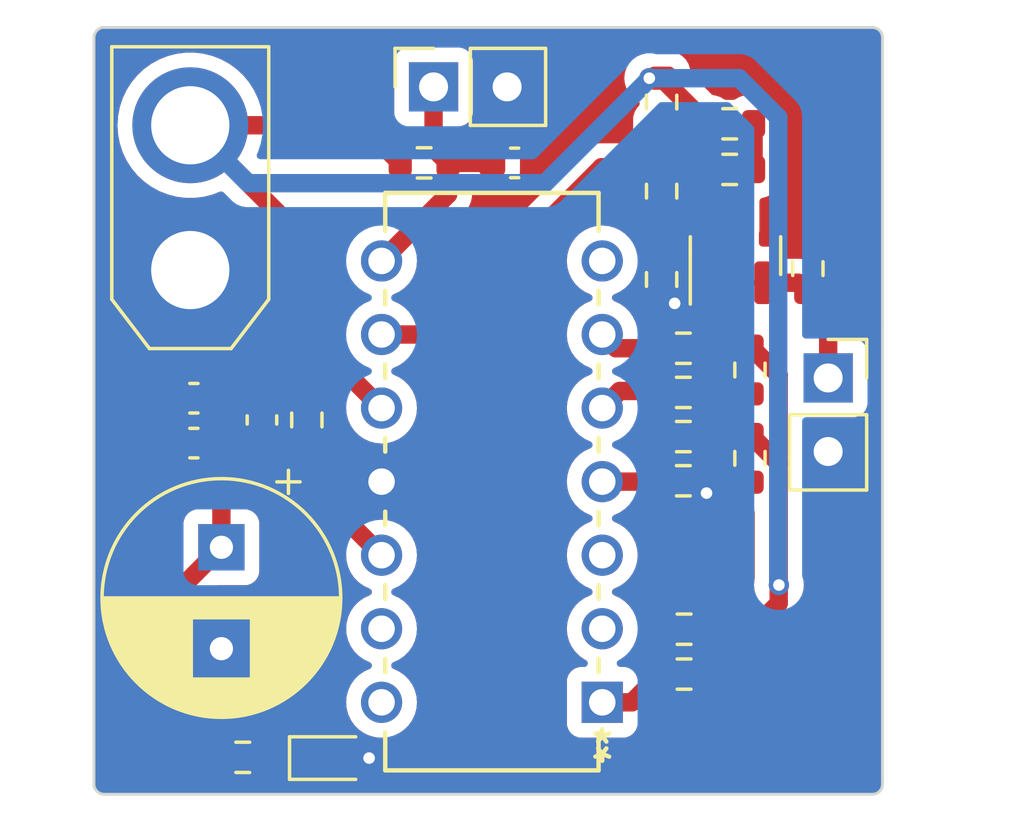
<source format=kicad_pcb>
(kicad_pcb (version 20240108) (generator "pcbnew") (generator_version "8.0")
  (layers (0 "F.Cu" signal) (31 "B.Cu" signal) (34 "B.Paste" user) (35 "F.Paste" user) (36 "B.SilkS" user "B.Silkscreen") (37 "F.SilkS" user "F.Silkscreen") (38 "B.Mask" user) (39 "F.Mask" user) (44 "Edge.Cuts" user))
  (net 0 "")
  (net 1 "Net-(C1-Pad1)")
  (net 2 "GND")
  (net 3 "Net-(C2-Pad1)")
  (net 4 "VCC")
  (net 5 "Net-(D1-A)")
  (net 6 "Net-(IC1-Pad1)")
  (net 9 "Net-(IC1-Pad4)")
  (net 10 "Net-(IC1-Pad5)")
  (net 11 "Net-(IC1-Pad6)")
  (net 13 "Net-(IC1-Pad9)")
  (net 14 "Net-(IC1-Pad12)")
  (net 15 "Net-(J2-Pin_1)")
  (net 16 "Net-(Q1-Pad1)")
  (net 17 "Net-(Q1-Pad3)")
  (net 18 "Net-(R12-Pad2)")
  (net 19 "Net-(R11-Pad1)")
  (footprint "Resistor_SMD:R_0603_1608Metric" (layer "F.Cu") (at 158.275 84.625)
    (property "Reference" "R10" (hide yes))
    (property "Value" "10M")
    (fp_line (start -0.237258 -0.5225) (end 0.237258 -0.5225) (stroke (width 0.12)) (layer "F.SilkS"))
    (fp_line (start -0.237258 0.5225) (end 0.237258 0.5225) (stroke (width 0.12)) (layer "F.SilkS"))
    (pad "1" smd roundrect (at -0.825 0) (size 0.8 0.95) (layers "F.Cu" "F.Paste" "F.Mask") (net 9 "Net-(IC1-Pad4)"))
    (pad "2" smd roundrect (at 0.825 0) (size 0.8 0.95) (layers "F.Cu" "F.Paste" "F.Mask") (net 2 "GND"))
  )
  (footprint "Connector_AMASS:AMASS_XT30U-F_1x02_P5.0mm_Vertical" (layer "F.Cu") (at 141.25 77.35 90)
    (property "Reference" "J1" (hide yes))
    (property "Value" "Conn_01x02_Male")
    (fp_line (start 7.71 -2.71) (end 7.71 2.71) (stroke (width 0.12)) (layer "F.SilkS"))
    (fp_line (start -1.01 -2.71) (end 7.71 -2.71) (stroke (width 0.12)) (layer "F.SilkS"))
    (fp_line (start -2.71 -1.41) (end -1.01 -2.71) (stroke (width 0.12)) (layer "F.SilkS"))
    (fp_line (start -2.71 -1.41) (end -2.71 1.41) (stroke (width 0.12)) (layer "F.SilkS"))
    (fp_line (start -2.71 1.41) (end -1.01 2.71) (stroke (width 0.12)) (layer "F.SilkS"))
    (fp_line (start -1.01 2.71) (end 7.71 2.71) (stroke (width 0.12)) (layer "F.SilkS"))
    (pad "1" thru_hole rect (at 0 0 90) (size 3.8 3.8) (drill 2.7) (layers "*.Cu" "*.Mask") (net 2 "GND"))
    (pad "2" thru_hole circle (at 5 0 90) (size 4 4) (drill 2.7) (layers "*.Cu" "*.Mask") (net 4 "VCC"))
  )
  (footprint "Diode_SMD:D_0603_1608Metric" (layer "F.Cu") (at 146.1625 94.2)
    (property "Reference" "D1" (hide yes))
    (property "Value" "type=\"D\" model=\"red\" lib=\"\"")
    (fp_line (start -1.485 -0.735) (end -1.485 0.735) (stroke (width 0.12)) (layer "F.SilkS"))
    (fp_line (start -1.485 0.735) (end 0.8 0.735) (stroke (width 0.12)) (layer "F.SilkS"))
    (fp_line (start 0.8 -0.735) (end -1.485 -0.735) (stroke (width 0.12)) (layer "F.SilkS"))
    (pad "1" smd roundrect (at -0.7875 0) (size 0.875 0.95) (layers "F.Cu" "F.Paste" "F.Mask") (net 5 "Net-(D1-A)"))
    (pad "2" smd roundrect (at 0.7875 0) (size 0.875 0.95) (layers "F.Cu" "F.Paste" "F.Mask") (net 2 "GND"))
  )
  (footprint "Capacitor_SMD:C_0603_1608Metric" (layer "F.Cu") (at 143.725 82.525 -90)
    (property "Reference" "C2" (hide yes))
    (property "Value" "10nF")
    (fp_line (start -0.14058 0.51) (end 0.14058 0.51) (stroke (width 0.12)) (layer "F.SilkS"))
    (fp_line (start -0.14058 -0.51) (end 0.14058 -0.51) (stroke (width 0.12)) (layer "F.SilkS"))
    (pad "1" smd roundrect (at -0.775 0 270) (size 0.9 0.95) (layers "F.Cu" "F.Paste" "F.Mask") (net 3 "Net-(C2-Pad1)"))
    (pad "2" smd roundrect (at 0.775 0 270) (size 0.9 0.95) (layers "F.Cu" "F.Paste" "F.Mask") (net 2 "GND"))
  )
  (footprint "Package_TO_SOT_SMD:SOT-23" (layer "F.Cu") (at 160.075 76.85 90)
    (property "Reference" "Q1" (hide yes))
    (property "Value" "S8050-NPN")
    (fp_line (start 0 -1.56) (end 0.65 -1.56) (stroke (width 0.12)) (layer "F.SilkS"))
    (fp_line (start 0 -1.56) (end -1.675 -1.56) (stroke (width 0.12)) (layer "F.SilkS"))
    (fp_line (start 0 1.56) (end 0.65 1.56) (stroke (width 0.12)) (layer "F.SilkS"))
    (fp_line (start 0 1.56) (end -0.65 1.56) (stroke (width 0.12)) (layer "F.SilkS"))
    (pad "1" smd roundrect (at -0.9375 -0.95 90) (size 1.475 0.6) (layers "F.Cu" "F.Paste" "F.Mask") (net 16 "Net-(Q1-Pad1)"))
    (pad "2" smd roundrect (at -0.9375 0.95 90) (size 1.475 0.6) (layers "F.Cu" "F.Paste" "F.Mask") (net 15 "Net-(J2-Pin_1)"))
    (pad "3" smd roundrect (at 0.9375 0 90) (size 1.475 0.6) (layers "F.Cu" "F.Paste" "F.Mask") (net 17 "Net-(Q1-Pad3)"))
  )
  (footprint "Resistor_SMD:R_0603_1608Metric" (layer "F.Cu") (at 162.575 77.3 90)
    (property "Reference" "R15" (hide yes))
    (property "Value" "2K")
    (fp_line (start -0.237258 -0.5225) (end 0.237258 -0.5225) (stroke (width 0.12)) (layer "F.SilkS"))
    (fp_line (start -0.237258 0.5225) (end 0.237258 0.5225) (stroke (width 0.12)) (layer "F.SilkS"))
    (pad "1" smd roundrect (at -0.825 0 90) (size 0.8 0.95) (layers "F.Cu" "F.Paste" "F.Mask") (net 15 "Net-(J2-Pin_1)"))
    (pad "2" smd roundrect (at 0.825 0 90) (size 0.8 0.95) (layers "F.Cu" "F.Paste" "F.Mask") (net 2 "GND"))
  )
  (footprint "Resistor_SMD:R_0603_1608Metric" (layer "F.Cu") (at 157.525 74.625 -90)
    (property "Reference" "R13" (hide yes))
    (property "Value" "7K")
    (fp_line (start -0.237258 0.5225) (end 0.237258 0.5225) (stroke (width 0.12)) (layer "F.SilkS"))
    (fp_line (start -0.237258 -0.5225) (end 0.237258 -0.5225) (stroke (width 0.12)) (layer "F.SilkS"))
    (pad "1" smd roundrect (at -0.825 0 270) (size 0.8 0.95) (layers "F.Cu" "F.Paste" "F.Mask") (net 13 "Net-(IC1-Pad9)"))
    (pad "2" smd roundrect (at 0.825 0 270) (size 0.8 0.95) (layers "F.Cu" "F.Paste" "F.Mask") (net 16 "Net-(Q1-Pad1)"))
  )
  (footprint "Resistor_SMD:R_0603_1608Metric" (layer "F.Cu") (at 158.275 81.575)
    (property "Reference" "R8" (hide yes))
    (property "Value" "1K")
    (fp_line (start -0.237258 -0.5225) (end 0.237258 -0.5225) (stroke (width 0.12)) (layer "F.SilkS"))
    (fp_line (start -0.237258 0.5225) (end 0.237258 0.5225) (stroke (width 0.12)) (layer "F.SilkS"))
    (pad "1" smd roundrect (at -0.825 0) (size 0.8 0.95) (layers "F.Cu" "F.Paste" "F.Mask") (net 10 "Net-(IC1-Pad5)"))
    (pad "2" smd roundrect (at 0.825 0) (size 0.8 0.95) (layers "F.Cu" "F.Paste" "F.Mask") (net 18 "Net-(R12-Pad2)"))
  )
  (footprint "Resistor_SMD:R_0603_1608Metric" (layer "F.Cu") (at 159.875 73.875 180)
    (property "Reference" "R17" (hide yes))
    (property "Value" "4.7R")
    (fp_line (start -0.237258 0.5225) (end 0.237258 0.5225) (stroke (width 0.12)) (layer "F.SilkS"))
    (fp_line (start -0.237258 -0.5225) (end 0.237258 -0.5225) (stroke (width 0.12)) (layer "F.SilkS"))
    (pad "1" smd roundrect (at -0.825 0 180) (size 0.8 0.95) (layers "F.Cu" "F.Paste" "F.Mask") (net 4 "VCC"))
    (pad "2" smd roundrect (at 0.825 0 180) (size 0.8 0.95) (layers "F.Cu" "F.Paste" "F.Mask") (net 17 "Net-(Q1-Pad3)"))
  )
  (footprint "Capacitor_THT:CP_Radial_D8.0mm_P3.50mm" (layer "F.Cu") (at 142.325 86.922349 -90)
    (property "Reference" "C3" (hide yes))
    (property "Value" "470uF/25V")
    (fp_line (start 2.471 1.04) (end 2.471 4.017) (stroke (width 0.12)) (layer "F.SilkS"))
    (fp_line (start 2.511 1.04) (end 2.511 4.01) (stroke (width 0.12)) (layer "F.SilkS"))
    (fp_line (start 2.551 1.04) (end 2.551 4.002) (stroke (width 0.12)) (layer "F.SilkS"))
    (fp_line (start 2.591 1.04) (end 2.591 3.994) (stroke (width 0.12)) (layer "F.SilkS"))
    (fp_line (start 2.631 1.04) (end 2.631 3.985) (stroke (width 0.12)) (layer "F.SilkS"))
    (fp_line (start 2.671 1.04) (end 2.671 3.976) (stroke (width 0.12)) (layer "F.SilkS"))
    (fp_line (start 2.711 1.04) (end 2.711 3.967) (stroke (width 0.12)) (layer "F.SilkS"))
    (fp_line (start 2.751 1.04) (end 2.751 3.957) (stroke (width 0.12)) (layer "F.SilkS"))
    (fp_line (start 2.791 1.04) (end 2.791 3.947) (stroke (width 0.12)) (layer "F.SilkS"))
    (fp_line (start 2.831 1.04) (end 2.831 3.936) (stroke (width 0.12)) (layer "F.SilkS"))
    (fp_line (start 2.871 1.04) (end 2.871 3.925) (stroke (width 0.12)) (layer "F.SilkS"))
    (fp_line (start 2.911 1.04) (end 2.911 3.914) (stroke (width 0.12)) (layer "F.SilkS"))
    (fp_line (start 2.951 1.04) (end 2.951 3.902) (stroke (width 0.12)) (layer "F.SilkS"))
    (fp_line (start 2.991 1.04) (end 2.991 3.889) (stroke (width 0.12)) (layer "F.SilkS"))
    (fp_line (start 3.031 1.04) (end 3.031 3.877) (stroke (width 0.12)) (layer "F.SilkS"))
    (fp_line (start 3.071 1.04) (end 3.071 3.863) (stroke (width 0.12)) (layer "F.SilkS"))
    (fp_line (start 3.111 1.04) (end 3.111 3.85) (stroke (width 0.12)) (layer "F.SilkS"))
    (fp_line (start 3.151 1.04) (end 3.151 3.835) (stroke (width 0.12)) (layer "F.SilkS"))
    (fp_line (start 3.191 1.04) (end 3.191 3.821) (stroke (width 0.12)) (layer "F.SilkS"))
    (fp_line (start 3.231 1.04) (end 3.231 3.805) (stroke (width 0.12)) (layer "F.SilkS"))
    (fp_line (start 3.271 1.04) (end 3.271 3.79) (stroke (width 0.12)) (layer "F.SilkS"))
    (fp_line (start 3.311 1.04) (end 3.311 3.774) (stroke (width 0.12)) (layer "F.SilkS"))
    (fp_line (start 3.351 1.04) (end 3.351 3.757) (stroke (width 0.12)) (layer "F.SilkS"))
    (fp_line (start 3.391 1.04) (end 3.391 3.74) (stroke (width 0.12)) (layer "F.SilkS"))
    (fp_line (start 3.431 1.04) (end 3.431 3.722) (stroke (width 0.12)) (layer "F.SilkS"))
    (fp_line (start 3.471 1.04) (end 3.471 3.704) (stroke (width 0.12)) (layer "F.SilkS"))
    (fp_line (start 3.511 1.04) (end 3.511 3.686) (stroke (width 0.12)) (layer "F.SilkS"))
    (fp_line (start 3.551 1.04) (end 3.551 3.666) (stroke (width 0.12)) (layer "F.SilkS"))
    (fp_line (start 3.591 1.04) (end 3.591 3.647) (stroke (width 0.12)) (layer "F.SilkS"))
    (fp_line (start 3.631 1.04) (end 3.631 3.627) (stroke (width 0.12)) (layer "F.SilkS"))
    (fp_line (start 3.671 1.04) (end 3.671 3.606) (stroke (width 0.12)) (layer "F.SilkS"))
    (fp_line (start 3.711 1.04) (end 3.711 3.584) (stroke (width 0.12)) (layer "F.SilkS"))
    (fp_line (start 3.751 1.04) (end 3.751 3.562) (stroke (width 0.12)) (layer "F.SilkS"))
    (fp_line (start 3.791 1.04) (end 3.791 3.54) (stroke (width 0.12)) (layer "F.SilkS"))
    (fp_line (start 3.831 1.04) (end 3.831 3.517) (stroke (width 0.12)) (layer "F.SilkS"))
    (fp_line (start 3.871 1.04) (end 3.871 3.493) (stroke (width 0.12)) (layer "F.SilkS"))
    (fp_line (start 3.911 1.04) (end 3.911 3.469) (stroke (width 0.12)) (layer "F.SilkS"))
    (fp_line (start 3.951 1.04) (end 3.951 3.444) (stroke (width 0.12)) (layer "F.SilkS"))
    (fp_line (start 3.991 1.04) (end 3.991 3.418) (stroke (width 0.12)) (layer "F.SilkS"))
    (fp_line (start 4.031 1.04) (end 4.031 3.392) (stroke (width 0.12)) (layer "F.SilkS"))
    (fp_line (start 4.071 1.04) (end 4.071 3.365) (stroke (width 0.12)) (layer "F.SilkS"))
    (fp_line (start 4.111 1.04) (end 4.111 3.338) (stroke (width 0.12)) (layer "F.SilkS"))
    (fp_line (start 4.151 1.04) (end 4.151 3.309) (stroke (width 0.12)) (layer "F.SilkS"))
    (fp_line (start 4.191 1.04) (end 4.191 3.28) (stroke (width 0.12)) (layer "F.SilkS"))
    (fp_line (start 4.231 1.04) (end 4.231 3.25) (stroke (width 0.12)) (layer "F.SilkS"))
    (fp_line (start 4.271 1.04) (end 4.271 3.22) (stroke (width 0.12)) (layer "F.SilkS"))
    (fp_line (start 4.311 1.04) (end 4.311 3.189) (stroke (width 0.12)) (layer "F.SilkS"))
    (fp_line (start 4.351 1.04) (end 4.351 3.156) (stroke (width 0.12)) (layer "F.SilkS"))
    (fp_line (start 4.391 1.04) (end 4.391 3.124) (stroke (width 0.12)) (layer "F.SilkS"))
    (fp_line (start 4.431 1.04) (end 4.431 3.09) (stroke (width 0.12)) (layer "F.SilkS"))
    (fp_line (start 4.471 1.04) (end 4.471 3.055) (stroke (width 0.12)) (layer "F.SilkS"))
    (fp_line (start 4.511 1.04) (end 4.511 3.019) (stroke (width 0.12)) (layer "F.SilkS"))
    (fp_line (start 5.831 -0.533) (end 5.831 0.533) (stroke (width 0.12)) (layer "F.SilkS"))
    (fp_line (start 5.791 -0.768) (end 5.791 0.768) (stroke (width 0.12)) (layer "F.SilkS"))
    (fp_line (start 5.751 -0.948) (end 5.751 0.948) (stroke (width 0.12)) (layer "F.SilkS"))
    (fp_line (start 5.711 -1.098) (end 5.711 1.098) (stroke (width 0.12)) (layer "F.SilkS"))
    (fp_line (start 5.671 -1.229) (end 5.671 1.229) (stroke (width 0.12)) (layer "F.SilkS"))
    (fp_line (start 5.631 -1.346) (end 5.631 1.346) (stroke (width 0.12)) (layer "F.SilkS"))
    (fp_line (start 5.591 -1.453) (end 5.591 1.453) (stroke (width 0.12)) (layer "F.SilkS"))
    (fp_line (start 5.551 -1.552) (end 5.551 1.552) (stroke (width 0.12)) (layer "F.SilkS"))
    (fp_line (start 5.511 -1.645) (end 5.511 1.645) (stroke (width 0.12)) (layer "F.SilkS"))
    (fp_line (start 5.471 -1.731) (end 5.471 1.731) (stroke (width 0.12)) (layer "F.SilkS"))
    (fp_line (start 5.431 -1.813) (end 5.431 1.813) (stroke (width 0.12)) (layer "F.SilkS"))
    (fp_line (start 5.391 -1.89) (end 5.391 1.89) (stroke (width 0.12)) (layer "F.SilkS"))
    (fp_line (start 5.351 -1.964) (end 5.351 1.964) (stroke (width 0.12)) (layer "F.SilkS"))
    (fp_line (start 5.311 -2.034) (end 5.311 2.034) (stroke (width 0.12)) (layer "F.SilkS"))
    (fp_line (start 5.271 -2.102) (end 5.271 2.102) (stroke (width 0.12)) (layer "F.SilkS"))
    (fp_line (start 5.231 -2.166) (end 5.231 2.166) (stroke (width 0.12)) (layer "F.SilkS"))
    (fp_line (start 5.191 -2.228) (end 5.191 2.228) (stroke (width 0.12)) (layer "F.SilkS"))
    (fp_line (start 5.151 -2.287) (end 5.151 2.287) (stroke (width 0.12)) (layer "F.SilkS"))
    (fp_line (start -2.659698 -2.315) (end -1.859698 -2.315) (stroke (width 0.12)) (layer "F.SilkS"))
    (fp_line (start 5.111 -2.345) (end 5.111 2.345) (stroke (width 0.12)) (layer "F.SilkS"))
    (fp_line (start 5.071 -2.4) (end 5.071 2.4) (stroke (width 0.12)) (layer "F.SilkS"))
    (fp_line (start 5.031 -2.454) (end 5.031 2.454) (stroke (width 0.12)) (layer "F.SilkS"))
    (fp_line (start 4.991 -2.505) (end 4.991 2.505) (stroke (width 0.12)) (layer "F.SilkS"))
    (fp_line (start 4.951 -2.556) (end 4.951 2.556) (stroke (width 0.12)) (layer "F.SilkS"))
    (fp_line (start 4.911 -2.604) (end 4.911 2.604) (stroke (width 0.12)) (layer "F.SilkS"))
    (fp_line (start 4.871 -2.651) (end 4.871 2.651) (stroke (width 0.12)) (layer "F.SilkS"))
    (fp_line (start 4.831 -2.697) (end 4.831 2.697) (stroke (width 0.12)) (layer "F.SilkS"))
    (fp_line (start -2.259698 -2.715) (end -2.259698 -1.915) (stroke (width 0.12)) (layer "F.SilkS"))
    (fp_line (start 4.791 -2.741) (end 4.791 2.741) (stroke (width 0.12)) (layer "F.SilkS"))
    (fp_line (start 4.751 -2.784) (end 4.751 2.784) (stroke (width 0.12)) (layer "F.SilkS"))
    (fp_line (start 4.711 -2.826) (end 4.711 2.826) (stroke (width 0.12)) (layer "F.SilkS"))
    (fp_line (start 4.671 -2.867) (end 4.671 2.867) (stroke (width 0.12)) (layer "F.SilkS"))
    (fp_line (start 4.631 -2.907) (end 4.631 2.907) (stroke (width 0.12)) (layer "F.SilkS"))
    (fp_line (start 4.591 -2.945) (end 4.591 2.945) (stroke (width 0.12)) (layer "F.SilkS"))
    (fp_line (start 4.551 -2.983) (end 4.551 2.983) (stroke (width 0.12)) (layer "F.SilkS"))
    (fp_line (start 4.511 -3.019) (end 4.511 -1.04) (stroke (width 0.12)) (layer "F.SilkS"))
    (fp_line (start 4.471 -3.055) (end 4.471 -1.04) (stroke (width 0.12)) (layer "F.SilkS"))
    (fp_line (start 4.431 -3.09) (end 4.431 -1.04) (stroke (width 0.12)) (layer "F.SilkS"))
    (fp_line (start 4.391 -3.124) (end 4.391 -1.04) (stroke (width 0.12)) (layer "F.SilkS"))
    (fp_line (start 4.351 -3.156) (end 4.351 -1.04) (stroke (width 0.12)) (layer "F.SilkS"))
    (fp_line (start 4.311 -3.189) (end 4.311 -1.04) (stroke (width 0.12)) (layer "F.SilkS"))
    (fp_line (start 4.271 -3.22) (end 4.271 -1.04) (stroke (width 0.12)) (layer "F.SilkS"))
    (fp_line (start 4.231 -3.25) (end 4.231 -1.04) (stroke (width 0.12)) (layer "F.SilkS"))
    (fp_line (start 4.191 -3.28) (end 4.191 -1.04) (stroke (width 0.12)) (layer "F.SilkS"))
    (fp_line (start 4.151 -3.309) (end 4.151 -1.04) (stroke (width 0.12)) (layer "F.SilkS"))
    (fp_line (start 4.111 -3.338) (end 4.111 -1.04) (stroke (width 0.12)) (layer "F.SilkS"))
    (fp_line (start 4.071 -3.365) (end 4.071 -1.04) (stroke (width 0.12)) (layer "F.SilkS"))
    (fp_line (start 4.031 -3.392) (end 4.031 -1.04) (stroke (width 0.12)) (layer "F.SilkS"))
    (fp_line (start 3.991 -3.418) (end 3.991 -1.04) (stroke (width 0.12)) (layer "F.SilkS"))
    (fp_line (start 3.951 -3.444) (end 3.951 -1.04) (stroke (width 0.12)) (layer "F.SilkS"))
    (fp_line (start 3.911 -3.469) (end 3.911 -1.04) (stroke (width 0.12)) (layer "F.SilkS"))
    (fp_line (start 3.871 -3.493) (end 3.871 -1.04) (stroke (width 0.12)) (layer "F.SilkS"))
    (fp_line (start 3.831 -3.517) (end 3.831 -1.04) (stroke (width 0.12)) (layer "F.SilkS"))
    (fp_line (start 3.791 -3.54) (end 3.791 -1.04) (stroke (width 0.12)) (layer "F.SilkS"))
    (fp_line (start 3.751 -3.562) (end 3.751 -1.04) (stroke (width 0.12)) (layer "F.SilkS"))
    (fp_line (start 3.711 -3.584) (end 3.711 -1.04) (stroke (width 0.12)) (layer "F.SilkS"))
    (fp_line (start 3.671 -3.606) (end 3.671 -1.04) (stroke (width 0.12)) (layer "F.SilkS"))
    (fp_line (start 3.631 -3.627) (end 3.631 -1.04) (stroke (width 0.12)) (layer "F.SilkS"))
    (fp_line (start 3.591 -3.647) (end 3.591 -1.04) (stroke (width 0.12)) (layer "F.SilkS"))
    (fp_line (start 3.551 -3.666) (end 3.551 -1.04) (stroke (width 0.12)) (layer "F.SilkS"))
    (fp_line (start 3.511 -3.686) (end 3.511 -1.04) (stroke (width 0.12)) (layer "F.SilkS"))
    (fp_line (start 3.471 -3.704) (end 3.471 -1.04) (stroke (width 0.12)) (layer "F.SilkS"))
    (fp_line (start 3.431 -3.722) (end 3.431 -1.04) (stroke (width 0.12)) (layer "F.SilkS"))
    (fp_line (start 3.391 -3.74) (end 3.391 -1.04) (stroke (width 0.12)) (layer "F.SilkS"))
    (fp_line (start 3.351 -3.757) (end 3.351 -1.04) (stroke (width 0.12)) (layer "F.SilkS"))
    (fp_line (start 3.311 -3.774) (end 3.311 -1.04) (stroke (width 0.12)) (layer "F.SilkS"))
    (fp_line (start 3.271 -3.79) (end 3.271 -1.04) (stroke (width 0.12)) (layer "F.SilkS"))
    (fp_line (start 3.231 -3.805) (end 3.231 -1.04) (stroke (width 0.12)) (layer "F.SilkS"))
    (fp_line (start 3.191 -3.821) (end 3.191 -1.04) (stroke (width 0.12)) (layer "F.SilkS"))
    (fp_line (start 3.151 -3.835) (end 3.151 -1.04) (stroke (width 0.12)) (layer "F.SilkS"))
    (fp_line (start 3.111 -3.85) (end 3.111 -1.04) (stroke (width 0.12)) (layer "F.SilkS"))
    (fp_line (start 3.071 -3.863) (end 3.071 -1.04) (stroke (width 0.12)) (layer "F.SilkS"))
    (fp_line (start 3.031 -3.877) (end 3.031 -1.04) (stroke (width 0.12)) (layer "F.SilkS"))
    (fp_line (start 2.991 -3.889) (end 2.991 -1.04) (stroke (width 0.12)) (layer "F.SilkS"))
    (fp_line (start 2.951 -3.902) (end 2.951 -1.04) (stroke (width 0.12)) (layer "F.SilkS"))
    (fp_line (start 2.911 -3.914) (end 2.911 -1.04) (stroke (width 0.12)) (layer "F.SilkS"))
    (fp_line (start 2.871 -3.925) (end 2.871 -1.04) (stroke (width 0.12)) (layer "F.SilkS"))
    (fp_line (start 2.831 -3.936) (end 2.831 -1.04) (stroke (width 0.12)) (layer "F.SilkS"))
    (fp_line (start 2.791 -3.947) (end 2.791 -1.04) (stroke (width 0.12)) (layer "F.SilkS"))
    (fp_line (start 2.751 -3.957) (end 2.751 -1.04) (stroke (width 0.12)) (layer "F.SilkS"))
    (fp_line (start 2.711 -3.967) (end 2.711 -1.04) (stroke (width 0.12)) (layer "F.SilkS"))
    (fp_line (start 2.671 -3.976) (end 2.671 -1.04) (stroke (width 0.12)) (layer "F.SilkS"))
    (fp_line (start 2.631 -3.985) (end 2.631 -1.04) (stroke (width 0.12)) (layer "F.SilkS"))
    (fp_line (start 2.591 -3.994) (end 2.591 -1.04) (stroke (width 0.12)) (layer "F.SilkS"))
    (fp_line (start 2.551 -4.002) (end 2.551 -1.04) (stroke (width 0.12)) (layer "F.SilkS"))
    (fp_line (start 2.511 -4.01) (end 2.511 -1.04) (stroke (width 0.12)) (layer "F.SilkS"))
    (fp_line (start 2.471 -4.017) (end 2.471 -1.04) (stroke (width 0.12)) (layer "F.SilkS"))
    (fp_line (start 2.43 -4.024) (end 2.43 4.024) (stroke (width 0.12)) (layer "F.SilkS"))
    (fp_line (start 2.39 -4.03) (end 2.39 4.03) (stroke (width 0.12)) (layer "F.SilkS"))
    (fp_line (start 2.35 -4.037) (end 2.35 4.037) (stroke (width 0.12)) (layer "F.SilkS"))
    (fp_line (start 2.31 -4.042) (end 2.31 4.042) (stroke (width 0.12)) (layer "F.SilkS"))
    (fp_line (start 2.27 -4.048) (end 2.27 4.048) (stroke (width 0.12)) (layer "F.SilkS"))
    (fp_line (start 2.23 -4.052) (end 2.23 4.052) (stroke (width 0.12)) (layer "F.SilkS"))
    (fp_line (start 2.19 -4.057) (end 2.19 4.057) (stroke (width 0.12)) (layer "F.SilkS"))
    (fp_line (start 2.15 -4.061) (end 2.15 4.061) (stroke (width 0.12)) (layer "F.SilkS"))
    (fp_line (start 2.11 -4.065) (end 2.11 4.065) (stroke (width 0.12)) (layer "F.SilkS"))
    (fp_line (start 2.07 -4.068) (end 2.07 4.068) (stroke (width 0.12)) (layer "F.SilkS"))
    (fp_line (start 2.03 -4.071) (end 2.03 4.071) (stroke (width 0.12)) (layer "F.SilkS"))
    (fp_line (start 1.99 -4.074) (end 1.99 4.074) (stroke (width 0.12)) (layer "F.SilkS"))
    (fp_line (start 1.95 -4.076) (end 1.95 4.076) (stroke (width 0.12)) (layer "F.SilkS"))
    (fp_line (start 1.91 -4.077) (end 1.91 4.077) (stroke (width 0.12)) (layer "F.SilkS"))
    (fp_line (start 1.87 -4.079) (end 1.87 4.079) (stroke (width 0.12)) (layer "F.SilkS"))
    (fp_line (start 1.75 -4.08) (end 1.75 4.08) (stroke (width 0.12)) (layer "F.SilkS"))
    (fp_line (start 1.79 -4.08) (end 1.79 4.08) (stroke (width 0.12)) (layer "F.SilkS"))
    (fp_line (start 1.83 -4.08) (end 1.83 4.08) (stroke (width 0.12)) (layer "F.SilkS"))
    (fp_circle (center 1.75 0) (end 5.87 0) (stroke (width 0.12)) (fill none) (layer "F.SilkS"))
    (pad "1" thru_hole rect (at 0 0 270) (size 1.6 1.6) (drill 0.8) (layers "*.Cu" "*.Mask") (net 4 "VCC"))
    (pad "2" thru_hole circle (at 3.5 0 270) (size 1.6 1.6) (drill 0.8) (layers "*.Cu" "*.Mask") (net 2 "GND"))
  )
  (footprint "Connector_PinSocket_2.54mm:PinSocket_1x02_P2.54mm_Vertical" (layer "F.Cu") (at 149.65 71.025 90)
    (property "Reference" "R2" (hide yes))
    (property "Value" "sensor")
    (fp_line (start 1.33 -1.33) (end 1.33 0) (stroke (width 0.12)) (layer "F.SilkS"))
    (fp_line (start 0 -1.33) (end 1.33 -1.33) (stroke (width 0.12)) (layer "F.SilkS"))
    (fp_line (start 1.33 1.27) (end 1.33 3.87) (stroke (width 0.12)) (layer "F.SilkS"))
    (fp_line (start -1.33 1.27) (end 1.33 1.27) (stroke (width 0.12)) (layer "F.SilkS"))
    (fp_line (start -1.33 1.27) (end -1.33 3.87) (stroke (width 0.12)) (layer "F.SilkS"))
    (fp_line (start -1.33 3.87) (end 1.33 3.87) (stroke (width 0.12)) (layer "F.SilkS"))
    (pad "1" thru_hole rect (at 0 0 90) (size 1.7 1.7) (drill 1) (layers "*.Cu" "*.Mask") (net 1 "Net-(C1-Pad1)"))
    (pad "2" thru_hole oval (at 0 2.54 90) (size 1.7 1.7) (drill 1) (layers "*.Cu" "*.Mask") (net 2 "GND"))
  )
  (footprint "Resistor_SMD:R_0603_1608Metric" (layer "F.Cu") (at 143.0625 94.175)
    (property "Reference" "R3" (hide yes))
    (property "Value" "2.7K")
    (fp_line (start -0.237258 -0.5225) (end 0.237258 -0.5225) (stroke (width 0.12)) (layer "F.SilkS"))
    (fp_line (start -0.237258 0.5225) (end 0.237258 0.5225) (stroke (width 0.12)) (layer "F.SilkS"))
    (pad "1" smd roundrect (at -0.825 0) (size 0.8 0.95) (layers "F.Cu" "F.Paste" "F.Mask") (net 4 "VCC"))
    (pad "2" smd roundrect (at 0.825 0) (size 0.8 0.95) (layers "F.Cu" "F.Paste" "F.Mask") (net 5 "Net-(D1-A)"))
  )
  (footprint "Resistor_SMD:R_0603_1608Metric" (layer "F.Cu") (at 145.275 82.525 -90)
    (property "Reference" "R6" (hide yes))
    (property "Value" "82K")
    (fp_line (start -0.237258 0.5225) (end 0.237258 0.5225) (stroke (width 0.12)) (layer "F.SilkS"))
    (fp_line (start -0.237258 -0.5225) (end 0.237258 -0.5225) (stroke (width 0.12)) (layer "F.SilkS"))
    (pad "1" smd roundrect (at -0.825 0 270) (size 0.8 0.95) (layers "F.Cu" "F.Paste" "F.Mask") (net 2 "GND"))
    (pad "2" smd roundrect (at 0.825 0 270) (size 0.8 0.95) (layers "F.Cu" "F.Paste" "F.Mask") (net 14 "Net-(IC1-Pad12)"))
  )
  (footprint "Resistor_SMD:R_0603_1608Metric" (layer "F.Cu") (at 160.575 83.85 90)
    (property "Reference" "R11" (hide yes))
    (property "Value" "0.5K")
    (fp_line (start -0.237258 -0.5225) (end 0.237258 -0.5225) (stroke (width 0.12)) (layer "F.SilkS"))
    (fp_line (start -0.237258 0.5225) (end 0.237258 0.5225) (stroke (width 0.12)) (layer "F.SilkS"))
    (pad "1" smd roundrect (at -0.825 0 90) (size 0.8 0.95) (layers "F.Cu" "F.Paste" "F.Mask") (net 19 "Net-(R11-Pad1)"))
    (pad "2" smd roundrect (at 0.825 0 90) (size 0.8 0.95) (layers "F.Cu" "F.Paste" "F.Mask") (net 4 "VCC"))
  )
  (footprint "Resistor_SMD:R_0603_1608Metric" (layer "F.Cu") (at 158.3 89.75)
    (property "Reference" "R5" (hide yes))
    (property "Value" "15K")
    (fp_line (start -0.237258 -0.5225) (end 0.237258 -0.5225) (stroke (width 0.12)) (layer "F.SilkS"))
    (fp_line (start -0.237258 0.5225) (end 0.237258 0.5225) (stroke (width 0.12)) (layer "F.SilkS"))
    (pad "1" smd roundrect (at -0.825 0) (size 0.8 0.95) (layers "F.Cu" "F.Paste" "F.Mask") (net 6 "Net-(IC1-Pad1)"))
    (pad "2" smd roundrect (at 0.825 0) (size 0.8 0.95) (layers "F.Cu" "F.Paste" "F.Mask") (net 2 "GND"))
  )
  (footprint "Resistor_SMD:R_0603_1608Metric" (layer "F.Cu") (at 149.325 73.65)
    (property "Reference" "R1" (hide yes))
    (property "Value" "15K")
    (fp_line (start -0.237258 -0.5225) (end 0.237258 -0.5225) (stroke (width 0.12)) (layer "F.SilkS"))
    (fp_line (start -0.237258 0.5225) (end 0.237258 0.5225) (stroke (width 0.12)) (layer "F.SilkS"))
    (pad "1" smd roundrect (at -0.825 0) (size 0.8 0.95) (layers "F.Cu" "F.Paste" "F.Mask") (net 4 "VCC"))
    (pad "2" smd roundrect (at 0.825 0) (size 0.8 0.95) (layers "F.Cu" "F.Paste" "F.Mask") (net 1 "Net-(C1-Pad1)"))
  )
  (footprint "Resistor_SMD:R_0603_1608Metric" (layer "F.Cu") (at 159.875 72.3)
    (property "Reference" "R18" (hide yes))
    (property "Value" "3K")
    (fp_line (start -0.237258 -0.5225) (end 0.237258 -0.5225) (stroke (width 0.12)) (layer "F.SilkS"))
    (fp_line (start -0.237258 0.5225) (end 0.237258 0.5225) (stroke (width 0.12)) (layer "F.SilkS"))
    (pad "1" smd roundrect (at -0.825 0) (size 0.8 0.95) (layers "F.Cu" "F.Paste" "F.Mask") (net 4 "VCC"))
    (pad "2" smd roundrect (at 0.825 0) (size 0.8 0.95) (layers "F.Cu" "F.Paste" "F.Mask") (net 4 "VCC"))
  )
  (footprint "Connector_PinSocket_2.54mm:PinSocket_1x02_P2.54mm_Vertical" (layer "F.Cu") (at 163.275 81.075)
    (property "Reference" "J2" (hide yes))
    (property "Value" "Conn_01x02_Male")
    (fp_line (start -1.33 1.27) (end -1.33 3.87) (stroke (width 0.12)) (layer "F.SilkS"))
    (fp_line (start -1.33 1.27) (end 1.33 1.27) (stroke (width 0.12)) (layer "F.SilkS"))
    (fp_line (start -1.33 3.87) (end 1.33 3.87) (stroke (width 0.12)) (layer "F.SilkS"))
    (fp_line (start 0 -1.33) (end 1.33 -1.33) (stroke (width 0.12)) (layer "F.SilkS"))
    (fp_line (start 1.33 -1.33) (end 1.33 0) (stroke (width 0.12)) (layer "F.SilkS"))
    (fp_line (start 1.33 1.27) (end 1.33 3.87) (stroke (width 0.12)) (layer "F.SilkS"))
    (pad "1" thru_hole rect (at 0 0) (size 1.7 1.7) (drill 1) (layers "*.Cu" "*.Mask") (net 15 "Net-(J2-Pin_1)"))
    (pad "2" thru_hole oval (at 0 2.54) (size 1.7 1.7) (drill 1) (layers "*.Cu" "*.Mask") (net 2 "GND"))
  )
  (footprint "Resistor_SMD:R_0603_1608Metric" (layer "F.Cu") (at 158.275 83.1)
    (property "Reference" "R9" (hide yes))
    (property "Value" "1K")
    (fp_line (start -0.237258 -0.5225) (end 0.237258 -0.5225) (stroke (width 0.12)) (layer "F.SilkS"))
    (fp_line (start -0.237258 0.5225) (end 0.237258 0.5225) (stroke (width 0.12)) (layer "F.SilkS"))
    (pad "1" smd roundrect (at -0.825 0) (size 0.8 0.95) (layers "F.Cu" "F.Paste" "F.Mask") (net 9 "Net-(IC1-Pad4)"))
    (pad "2" smd roundrect (at 0.825 0) (size 0.8 0.95) (layers "F.Cu" "F.Paste" "F.Mask") (net 19 "Net-(R11-Pad1)"))
  )
  (footprint "Resistor_SMD:R_0603_1608Metric" (layer "F.Cu") (at 157.525 77.675 -90)
    (property "Reference" "R14" (hide yes))
    (property "Value" "1K")
    (fp_line (start -0.237258 0.5225) (end 0.237258 0.5225) (stroke (width 0.12)) (layer "F.SilkS"))
    (fp_line (start -0.237258 -0.5225) (end 0.237258 -0.5225) (stroke (width 0.12)) (layer "F.SilkS"))
    (pad "1" smd roundrect (at -0.825 0 270) (size 0.8 0.95) (layers "F.Cu" "F.Paste" "F.Mask") (net 16 "Net-(Q1-Pad1)"))
    (pad "2" smd roundrect (at 0.825 0 270) (size 0.8 0.95) (layers "F.Cu" "F.Paste" "F.Mask") (net 2 "GND"))
  )
  (footprint "Resistor_SMD:R_0603_1608Metric" (layer "F.Cu") (at 160.575 80.8 -90)
    (property "Reference" "R12" (hide yes))
    (property "Value" "0.5K")
    (fp_line (start -0.237258 0.5225) (end 0.237258 0.5225) (stroke (width 0.12)) (layer "F.SilkS"))
    (fp_line (start -0.237258 -0.5225) (end 0.237258 -0.5225) (stroke (width 0.12)) (layer "F.SilkS"))
    (pad "1" smd roundrect (at -0.825 0 270) (size 0.8 0.95) (layers "F.Cu" "F.Paste" "F.Mask") (net 4 "VCC"))
    (pad "2" smd roundrect (at 0.825 0 270) (size 0.8 0.95) (layers "F.Cu" "F.Paste" "F.Mask") (net 18 "Net-(R12-Pad2)"))
  )
  (footprint "Capacitor_SMD:C_0603_1608Metric" (layer "F.Cu") (at 152.45 73.65)
    (property "Reference" "C1" (hide yes))
    (property "Value" "100nF")
    (fp_line (start -0.14058 -0.51) (end 0.14058 -0.51) (stroke (width 0.12)) (layer "F.SilkS"))
    (fp_line (start -0.14058 0.51) (end 0.14058 0.51) (stroke (width 0.12)) (layer "F.SilkS"))
    (pad "1" smd roundrect (at -0.775 0) (size 0.9 0.95) (layers "F.Cu" "F.Paste" "F.Mask") (net 1 "Net-(C1-Pad1)"))
    (pad "2" smd roundrect (at 0.775 0) (size 0.9 0.95) (layers "F.Cu" "F.Paste" "F.Mask") (net 2 "GND"))
  )
  (footprint "Capacitor_SMD:C_0603_1608Metric" (layer "F.Cu") (at 141.375 83.325 180)
    (property "Reference" "C4" (hide yes))
    (property "Value" "100nF")
    (fp_line (start -0.14058 0.51) (end 0.14058 0.51) (stroke (width 0.12)) (layer "F.SilkS"))
    (fp_line (start -0.14058 -0.51) (end 0.14058 -0.51) (stroke (width 0.12)) (layer "F.SilkS"))
    (pad "1" smd roundrect (at -0.775 0 180) (size 0.9 0.95) (layers "F.Cu" "F.Paste" "F.Mask") (net 2 "GND"))
    (pad "2" smd roundrect (at 0.775 0 180) (size 0.9 0.95) (layers "F.Cu" "F.Paste" "F.Mask") (net 4 "VCC"))
  )
  (footprint "Resistor_SMD:R_0603_1608Metric" (layer "F.Cu") (at 157.525 71.55 90)
    (property "Reference" "R16" (hide yes))
    (property "Value" "2.7K")
    (fp_line (start -0.237258 -0.5225) (end 0.237258 -0.5225) (stroke (width 0.12)) (layer "F.SilkS"))
    (fp_line (start -0.237258 0.5225) (end 0.237258 0.5225) (stroke (width 0.12)) (layer "F.SilkS"))
    (pad "1" smd roundrect (at -0.825 0 90) (size 0.8 0.95) (layers "F.Cu" "F.Paste" "F.Mask") (net 13 "Net-(IC1-Pad9)"))
    (pad "2" smd roundrect (at 0.825 0 90) (size 0.8 0.95) (layers "F.Cu" "F.Paste" "F.Mask") (net 4 "VCC"))
  )
  (footprint "footprints:PDIP14_7P11X19P68_INR" (layer "F.Cu") (at 155.475 92.275 180)
    (property "Reference" "IC1" (hide yes))
    (property "Value" "ICL8038")
    (fp_line (start 7.493 17.5895) (end 7.493 16.276186) (stroke (width 0.1524)) (layer "F.SilkS"))
    (fp_line (start 7.493 14.203814) (end 7.493 13.736186) (stroke (width 0.1524)) (layer "F.SilkS"))
    (fp_line (start 7.493 11.663814) (end 7.493 11.196186) (stroke (width 0.1524)) (layer "F.SilkS"))
    (fp_line (start 7.493 9.123814) (end 7.493 8.656186) (stroke (width 0.1524)) (layer "F.SilkS"))
    (fp_line (start 7.493 6.583814) (end 7.493 6.116186) (stroke (width 0.1524)) (layer "F.SilkS"))
    (fp_line (start 7.493 4.043814) (end 7.493 3.576186) (stroke (width 0.1524)) (layer "F.SilkS"))
    (fp_line (start 7.493 1.503814) (end 7.493 1.036186) (stroke (width 0.1524)) (layer "F.SilkS"))
    (fp_line (start 7.493 -1.036186) (end 7.493 -2.3495) (stroke (width 0.1524)) (layer "F.SilkS"))
    (fp_line (start 7.493 -2.3495) (end 0.127 -2.3495) (stroke (width 0.1524)) (layer "F.SilkS"))
    (fp_line (start 0.127 17.5895) (end 7.493 17.5895) (stroke (width 0.1524)) (layer "F.SilkS"))
    (fp_line (start 0.127 16.276186) (end 0.127 17.5895) (stroke (width 0.1524)) (layer "F.SilkS"))
    (fp_line (start 0.127 13.736186) (end 0.127 14.203814) (stroke (width 0.1524)) (layer "F.SilkS"))
    (fp_line (start 0.127 11.196186) (end 0.127 11.663814) (stroke (width 0.1524)) (layer "F.SilkS"))
    (fp_line (start 0.127 8.656186) (end 0.127 9.123814) (stroke (width 0.1524)) (layer "F.SilkS"))
    (fp_line (start 0.127 6.116186) (end 0.127 6.583814) (stroke (width 0.1524)) (layer "F.SilkS"))
    (fp_line (start 0.127 3.576186) (end 0.127 4.043814) (stroke (width 0.1524)) (layer "F.SilkS"))
    (fp_line (start 0.127 1.04394) (end 0.127 1.503814) (stroke (width 0.1524)) (layer "F.SilkS"))
    (fp_line (start 0.127 -2.3495) (end 0.127 -1.04394) (stroke (width 0.1524)) (layer "F.SilkS"))
    (fp_text user "*" (at 0 -1.4732 180) (layer "F.SilkS"))
    (fp_text user "*" (at 0 -1.4732 0) (layer "F.SilkS"))
    (pad "1" thru_hole rect (at 0 0 180) (size 1.4224 1.4224) (drill 0.9144) (layers "*.Cu" "*.Mask") (net 6 "Net-(IC1-Pad1)"))
    (pad "2" thru_hole circle (at 0 2.54 180) (size 1.4224 1.4224) (drill 0.9144) (layers "*.Cu" "*.Mask"))
    (pad "3" thru_hole circle (at 0 5.08 180) (size 1.4224 1.4224) (drill 0.9144) (layers "*.Cu" "*.Mask"))
    (pad "4" thru_hole circle (at 0 7.62 180) (size 1.4224 1.4224) (drill 0.9144) (layers "*.Cu" "*.Mask") (net 9 "Net-(IC1-Pad4)"))
    (pad "5" thru_hole circle (at 0 10.16 180) (size 1.4224 1.4224) (drill 0.9144) (layers "*.Cu" "*.Mask") (net 10 "Net-(IC1-Pad5)"))
    (pad "6" thru_hole circle (at 0 12.7 180) (size 1.4224 1.4224) (drill 0.9144) (layers "*.Cu" "*.Mask") (net 11 "Net-(IC1-Pad6)"))
    (pad "7" thru_hole circle (at 0 15.24 180) (size 1.4224 1.4224) (drill 0.9144) (layers "*.Cu" "*.Mask"))
    (pad "8" thru_hole circle (at 7.62 15.24 180) (size 1.4224 1.4224) (drill 0.9144) (layers "*.Cu" "*.Mask") (net 1 "Net-(C1-Pad1)"))
    (pad "9" thru_hole circle (at 7.62 12.7 180) (size 1.4224 1.4224) (drill 0.9144) (layers "*.Cu" "*.Mask") (net 13 "Net-(IC1-Pad9)"))
    (pad "10" thru_hole circle (at 7.62 10.16 180) (size 1.4224 1.4224) (drill 0.9144) (layers "*.Cu" "*.Mask") (net 3 "Net-(C2-Pad1)"))
    (pad "11" thru_hole circle (at 7.62 7.62 180) (size 1.4224 1.4224) (drill 0.9144) (layers "*.Cu" "*.Mask") (net 2 "GND"))
    (pad "12" thru_hole circle (at 7.62 5.08 180) (size 1.4224 1.4224) (drill 0.9144) (layers "*.Cu" "*.Mask") (net 14 "Net-(IC1-Pad12)"))
    (pad "13" thru_hole circle (at 7.62 2.54 180) (size 1.4224 1.4224) (drill 0.9144) (layers "*.Cu" "*.Mask"))
    (pad "14" thru_hole circle (at 7.62 0 180) (size 1.4224 1.4224) (drill 0.9144) (layers "*.Cu" "*.Mask"))
  )
  (footprint "Capacitor_SMD:C_0603_1608Metric" (layer "F.Cu") (at 141.375 81.775 180)
    (property "Reference" "C5" (hide yes))
    (property "Value" "100nF")
    (fp_line (start -0.14058 0.51) (end 0.14058 0.51) (stroke (width 0.12)) (layer "F.SilkS"))
    (fp_line (start -0.14058 -0.51) (end 0.14058 -0.51) (stroke (width 0.12)) (layer "F.SilkS"))
    (pad "1" smd roundrect (at -0.775 0 180) (size 0.9 0.95) (layers "F.Cu" "F.Paste" "F.Mask") (net 2 "GND"))
    (pad "2" smd roundrect (at 0.775 0 180) (size 0.9 0.95) (layers "F.Cu" "F.Paste" "F.Mask") (net 4 "VCC"))
  )
  (footprint "Resistor_SMD:R_0603_1608Metric" (layer "F.Cu") (at 158.3 91.3 180)
    (property "Reference" "R4" (hide yes))
    (property "Value" "12K")
    (fp_line (start -0.237258 0.5225) (end 0.237258 0.5225) (stroke (width 0.12)) (layer "F.SilkS"))
    (fp_line (start -0.237258 -0.5225) (end 0.237258 -0.5225) (stroke (width 0.12)) (layer "F.SilkS"))
    (pad "1" smd roundrect (at -0.825 0 180) (size 0.8 0.95) (layers "F.Cu" "F.Paste" "F.Mask") (net 4 "VCC"))
    (pad "2" smd roundrect (at 0.825 0 180) (size 0.8 0.95) (layers "F.Cu" "F.Paste" "F.Mask") (net 6 "Net-(IC1-Pad1)"))
  )
  (footprint "Resistor_SMD:R_0603_1608Metric" (layer "F.Cu") (at 158.275 80.05)
    (property "Reference" "R7" (hide yes))
    (property "Value" "4.7R")
    (fp_line (start -0.237258 -0.5225) (end 0.237258 -0.5225) (stroke (width 0.12)) (layer "F.SilkS"))
    (fp_line (start -0.237258 0.5225) (end 0.237258 0.5225) (stroke (width 0.12)) (layer "F.SilkS"))
    (pad "1" smd roundrect (at -0.825 0) (size 0.8 0.95) (layers "F.Cu" "F.Paste" "F.Mask") (net 11 "Net-(IC1-Pad6)"))
    (pad "2" smd roundrect (at 0.825 0) (size 0.8 0.95) (layers "F.Cu" "F.Paste" "F.Mask") (net 4 "VCC"))
  )
  (gr_arc (start 138.3 95.45) (mid 138.048295 95.361583) (end 137.925 95.125) (stroke (width 0.1)) (layer "Edge.Cuts"))
  (gr_arc (start 137.925 69.35) (mid 137.997099 69.114539) (end 138.2 68.975) (stroke (width 0.1)) (layer "Edge.Cuts"))
  (gr_line (start 138.2 68.975) (end 164.775 68.975) (stroke (width 0.1)) (layer "Edge.Cuts"))
  (gr_arc (start 165.15 95.075) (mid 165.056869 95.338911) (end 164.8 95.45) (stroke (width 0.1)) (layer "Edge.Cuts"))
  (gr_line (start 138.3 95.45) (end 164.8 95.45) (stroke (width 0.1)) (layer "Edge.Cuts"))
  (gr_line (start 137.925 69.35) (end 137.925 95.125) (stroke (width 0.1)) (layer "Edge.Cuts"))
  (gr_arc (start 164.775 68.975) (mid 165.038912 69.068131) (end 165.15 69.325) (stroke (width 0.1)) (layer "Edge.Cuts"))
  (gr_line (start 165.15 79.275) (end 165.15 95.075) (stroke (width 0.1)) (layer "Edge.Cuts"))
  (gr_line (start 165.15 79.275) (end 165.15 69.325) (stroke (width 0.1)) (layer "Edge.Cuts"))
  (segment (start 149.65 73.15) (end 150.15 73.65) (width 0.635) (layer "F.Cu") (net 1))
  (segment (start 150.15 74.74) (end 147.855 77.035) (width 0.635) (layer "F.Cu") (net 1))
  (segment (start 149.65 71.025) (end 149.65 73.15) (width 0.635) (layer "F.Cu") (net 1))
  (segment (start 151.675 73.65) (end 150.15 73.65) (width 0.635) (layer "F.Cu") (net 1))
  (segment (start 150.15 73.65) (end 150.15 74.74) (width 0.635) (layer "F.Cu") (net 1))
  (via (at 159.075 85.05) (size 0.7) (drill 0.4) (layers "F.Cu" "B.Cu") (net 2))
  (via (at 147.425 94.2) (size 0.7) (drill 0.4) (layers "F.Cu" "B.Cu") (net 2))
  (via (at 157.975 78.5) (size 0.7) (drill 0.4) (layers "F.Cu" "B.Cu") (net 2))
  (segment (start 143.725 81.75) (end 144.825 80.65) (width 0.635) (layer "F.Cu") (net 3))
  (segment (start 144.825 80.65) (end 146.39 80.65) (width 0.635) (layer "F.Cu") (net 3))
  (segment (start 146.39 80.65) (end 147.855 82.115) (width 0.635) (layer "F.Cu") (net 3))
  (segment (start 142.2375 94.175) (end 142.225 94.175) (width 0.635) (layer "F.Cu") (net 4))
  (segment (start 142.325 86.922349) (end 142.325 85.05) (width 0.635) (layer "F.Cu") (net 4))
  (segment (start 147.2 72.35) (end 141.25 72.35) (width 0.635) (layer "F.Cu") (net 4))
  (segment (start 142.225 94.175) (end 140 91.95) (width 0.635) (layer "F.Cu") (net 4))
  (segment (start 160.7 72.3) (end 159.05 72.3) (width 0.635) (layer "F.Cu") (net 4))
  (segment (start 161.5675 84.0175) (end 160.575 83.025) (width 0.635) (layer "F.Cu") (net 4))
  (segment (start 140.6 81.775) (end 141.85 80.525) (width 0.635) (layer "F.Cu") (net 4))
  (segment (start 148.5 73.65) (end 147.2 72.35) (width 0.635) (layer "F.Cu") (net 4))
  (segment (start 160.5 80.05) (end 160.575 79.975) (width 0.635) (layer "F.Cu") (net 4))
  (segment (start 142.325 85.05) (end 140.6 83.325) (width 0.635) (layer "F.Cu") (net 4))
  (segment (start 161.5675 88.8575) (end 161.5675 84.0175) (width 0.635) (layer "F.Cu") (net 4))
  (segment (start 161.5675 80.9675) (end 160.575 79.975) (width 0.635) (layer "F.Cu") (net 4))
  (segment (start 159.05 72.25) (end 157.525 70.725) (width 0.635) (layer "F.Cu") (net 4))
  (segment (start 143.225 80.525) (end 144.95 78.8) (width 0.635) (layer "F.Cu") (net 4))
  (segment (start 140.6 81.775) (end 140.6 83.325) (width 0.635) (layer "F.Cu") (net 4))
  (segment (start 159.05 72.3) (end 159.05 72.25) (width 0.635) (layer "F.Cu") (net 4))
  (segment (start 159.1 80.05) (end 160.5 80.05) (width 0.635) (layer "F.Cu") (net 4))
  (segment (start 159.125 91.3) (end 161.5675 88.8575) (width 0.635) (layer "F.Cu") (net 4))
  (segment (start 140 89.247349) (end 142.325 86.922349) (width 0.635) (layer "F.Cu") (net 4))
  (segment (start 160.7 72.3) (end 160.7 73.875) (width 0.635) (layer "F.Cu") (net 4))
  (segment (start 144.95 76.05) (end 141.25 72.35) (width 0.635) (layer "F.Cu") (net 4))
  (segment (start 161.5675 84.0175) (end 161.5675 80.9675) (width 0.635) (layer "F.Cu") (net 4))
  (segment (start 140 91.95) (end 140 89.247349) (width 0.635) (layer "F.Cu") (net 4))
  (segment (start 141.85 80.525) (end 143.225 80.525) (width 0.635) (layer "F.Cu") (net 4))
  (segment (start 144.95 78.8) (end 144.95 76.05) (width 0.635) (layer "F.Cu") (net 4))
  (via (at 157.1 70.725) (size 0.7) (drill 0.4) (layers "F.Cu" "B.Cu") (net 4))
  (via (at 161.575 88.225) (size 0.7) (drill 0.4) (layers "F.Cu" "B.Cu") (net 4))
  (segment (start 161.55 88.2) (end 161.55 72.075) (width 0.635) (layer "B.Cu") (net 4))
  (segment (start 157.1 70.75) (end 153.5 74.35) (width 0.635) (layer "B.Cu") (net 4))
  (segment (start 161.55 72.075) (end 160.2 70.725) (width 0.635) (layer "B.Cu") (net 4))
  (segment (start 143.25 74.35) (end 141.25 72.35) (width 0.635) (layer "B.Cu") (net 4))
  (segment (start 153.5 74.35) (end 143.25 74.35) (width 0.635) (layer "B.Cu") (net 4))
  (segment (start 160.2 70.725) (end 157.1 70.725) (width 0.635) (layer "B.Cu") (net 4))
  (segment (start 161.575 88.225) (end 161.55 88.2) (width 0.635) (layer "B.Cu") (net 4))
  (segment (start 157.1 70.725) (end 157.1 70.75) (width 0.635) (layer "B.Cu") (net 4))
  (segment (start 143.9125 94.2) (end 143.8875 94.175) (width 0.635) (layer "F.Cu") (net 5))
  (segment (start 145.375 94.2) (end 143.9125 94.2) (width 0.635) (layer "F.Cu") (net 5))
  (segment (start 156.5 92.275) (end 157.475 91.3) (width 0.635) (layer "F.Cu") (net 6))
  (segment (start 155.475 92.275) (end 156.5 92.275) (width 0.635) (layer "F.Cu") (net 6))
  (segment (start 157.475 89.75) (end 157.475 91.3) (width 0.635) (layer "F.Cu") (net 6))
  (segment (start 157.42 84.655) (end 157.45 84.625) (width 0.635) (layer "F.Cu") (net 9))
  (segment (start 157.45 84.625) (end 157.45 83.1) (width 0.635) (layer "F.Cu") (net 9))
  (segment (start 155.475 84.655) (end 157.42 84.655) (width 0.635) (layer "F.Cu") (net 9))
  (segment (start 156.075 81.525) (end 157.4 81.525) (width 0.635) (layer "F.Cu") (net 10))
  (segment (start 155.485 82.115) (end 156.075 81.525) (width 0.635) (layer "F.Cu") (net 10))
  (segment (start 155.475 82.115) (end 155.485 82.115) (width 0.635) (layer "F.Cu") (net 10))
  (segment (start 157.4 81.525) (end 157.45 81.575) (width 0.635) (layer "F.Cu") (net 10))
  (segment (start 155.95 80.05) (end 155.475 79.575) (width 0.635) (layer "F.Cu") (net 11))
  (segment (start 157.45 80.05) (end 155.95 80.05) (width 0.635) (layer "F.Cu") (net 11))
  (segment (start 149.675 79.575) (end 155.45 73.8) (width 0.635) (layer "F.Cu") (net 13))
  (segment (start 155.45 73.8) (end 157.525 73.8) (width 0.635) (layer "F.Cu") (net 13))
  (segment (start 147.855 79.575) (end 149.675 79.575) (width 0.635) (layer "F.Cu") (net 13))
  (segment (start 157.525 72.375) (end 157.525 73.8) (width 0.635) (layer "F.Cu") (net 13))
  (segment (start 145.275 84.615) (end 147.855 87.195) (width 0.635) (layer "F.Cu") (net 14))
  (segment (start 145.275 83.35) (end 145.275 84.615) (width 0.635) (layer "F.Cu") (net 14))
  (segment (start 162.2375 77.7875) (end 162.575 78.125) (width 0.635) (layer "F.Cu") (net 15))
  (segment (start 163.275 78.825) (end 162.575 78.125) (width 0.635) (layer "F.Cu") (net 15))
  (segment (start 163.275 81.075) (end 163.275 78.825) (width 0.635) (layer "F.Cu") (net 15))
  (segment (start 161.025 77.7875) (end 162.2375 77.7875) (width 0.635) (layer "F.Cu") (net 15))
  (segment (start 158.1875 76.85) (end 159.125 77.7875) (width 0.635) (layer "F.Cu") (net 16))
  (segment (start 157.525 75.45) (end 157.525 76.85) (width 0.635) (layer "F.Cu") (net 16))
  (segment (start 157.525 76.85) (end 158.1875 76.85) (width 0.635) (layer "F.Cu") (net 16))
  (segment (start 160.075 75.9125) (end 160.075 74.9) (width 0.635) (layer "F.Cu") (net 17))
  (segment (start 160.075 74.9) (end 159.05 73.875) (width 0.635) (layer "F.Cu") (net 17))
  (segment (start 159.15 81.625) (end 159.1 81.575) (width 0.635) (layer "F.Cu") (net 18))
  (segment (start 160.575 81.625) (end 159.15 81.625) (width 0.635) (layer "F.Cu") (net 18))
  (segment (start 160.575 84.575) (end 159.1 83.1) (width 0.635) (layer "F.Cu") (net 19))
  (segment (start 160.575 84.675) (end 160.575 84.575) (width 0.635) (layer "F.Cu") (net 19))
  (zone (net 2) (net_name "GND") (layers "F&B.Cu") (connect_pads yes (clearance 0.508)) (min_thickness 0.254) (fill yes (thermal_gap 0.508) (thermal_bridge_width 0.508))
    (polygon (pts (xy 166.15 95.75) (xy 136.925 96) (xy 137.175 68.1) (xy 166.375 68.025)))
  )
)
</source>
